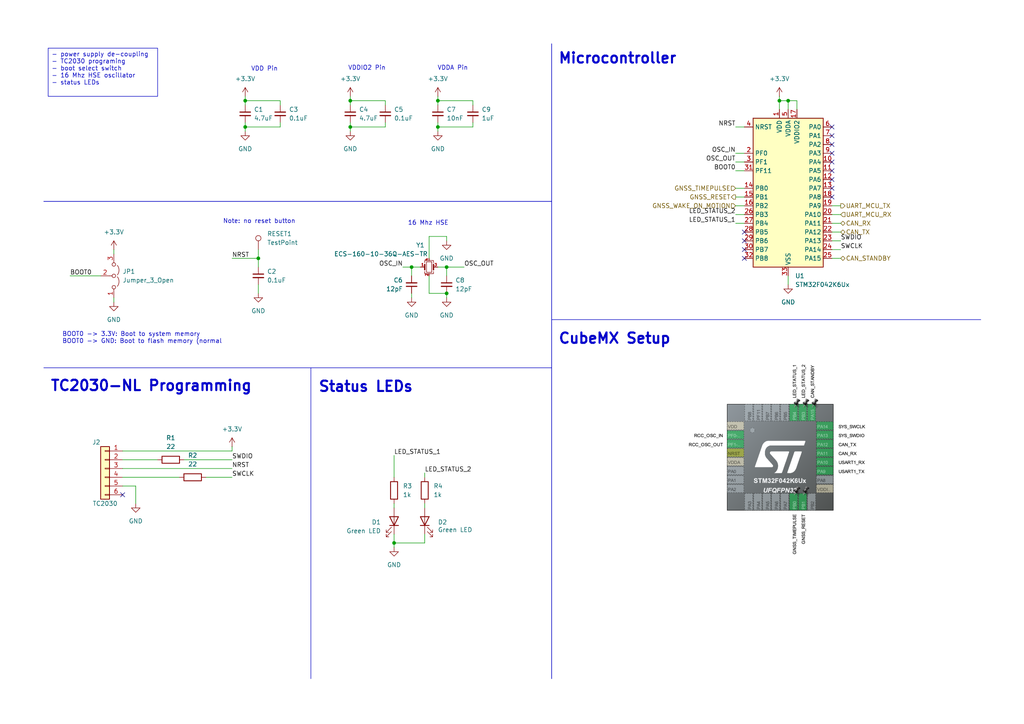
<source format=kicad_sch>
(kicad_sch (version 20250114) (generator "eeschema") (generator_version "9.0")
  (paper "A4")
  (lib_symbols
    (symbol "+3.3V_1" (power) (pin_numbers (hide yes)) (pin_names (offset 0) (hide yes))
      (property "Value" "+3.3V" (at 0 3.556 0))
      (symbol "+3.3V_1_0_1"
        (polyline (pts (xy -0.762 1.27) (xy 0 2.54)))
        (polyline (pts (xy 0 2.54) (xy 0.762 1.27)))
        (polyline (pts (xy 0 0) (xy 0 2.54)))
      )
      (symbol "+3.3V_1_1_1"
        (pin power_in line (at 0 0 90) (length 0) (name "~") (number "1"))
      )
    )
    (symbol "Connector:TestPoint" (pin_numbers (hide yes)) (pin_names (offset 0.762) (hide yes))
      (property "Reference" "TP" (at 0 6.858 0))
      (property "Value" "TestPoint" (at 0 5.08 0))
      (symbol "TestPoint_0_1"
        (circle (center 0 3.302) (radius 0.762))
      )
      (symbol "TestPoint_1_1"
        (pin passive line (at 0 0 90) (length 2.54) (name "1") (number "1"))
      )
    )
    (symbol "Connector_Generic:Conn_01x06" (pin_names (offset 1.016) (hide yes))
      (property "Reference" "J" (at 0 7.62 0))
      (property "Value" "Conn_01x06" (at 0 -10.16 0))
      (symbol "Conn_01x06_1_1"
        (rectangle (start -1.27 6.35) (end 1.27 -8.89) (stroke (width 0.254)) (fill (type background)))
        (rectangle (start -1.27 5.207) (end 0 4.953) (stroke (width 0.1524)))
        (rectangle (start -1.27 2.667) (end 0 2.413) (stroke (width 0.1524)))
        (rectangle (start -1.27 0.127) (end 0 -0.127) (stroke (width 0.1524)))
        (rectangle (start -1.27 -2.413) (end 0 -2.667) (stroke (width 0.1524)))
        (rectangle (start -1.27 -4.953) (end 0 -5.207) (stroke (width 0.1524)))
        (rectangle (start -1.27 -7.493) (end 0 -7.747) (stroke (width 0.1524)))
        (pin passive line (at -5.08 5.08 0) (length 3.81) (name "Pin_1") (number "1"))
        (pin passive line (at -5.08 2.54 0) (length 3.81) (name "Pin_2") (number "2"))
        (pin passive line (at -5.08 0 0) (length 3.81) (name "Pin_3") (number "3"))
        (pin passive line (at -5.08 -2.54 0) (length 3.81) (name "Pin_4") (number "4"))
        (pin passive line (at -5.08 -5.08 0) (length 3.81) (name "Pin_5") (number "5"))
        (pin passive line (at -5.08 -7.62 0) (length 3.81) (name "Pin_6") (number "6"))
      )
    )
    (symbol "Device:C_Small" (pin_numbers (hide yes)) (pin_names (offset 0.254) (hide yes))
      (property "Reference" "C" (at 0.254 1.778 0))
      (property "Value" "C_Small" (at 0.254 -2.032 0))
      (symbol "C_Small_0_1"
        (polyline (pts (xy -1.524 0.508) (xy 1.524 0.508)) (stroke (width 0.3048)))
        (polyline (pts (xy -1.524 -0.508) (xy 1.524 -0.508)) (stroke (width 0.3302)))
      )
      (symbol "C_Small_1_1"
        (pin passive line (at 0 2.54 270) (length 2.032) (name "~") (number "1"))
        (pin passive line (at 0 -2.54 90) (length 2.032) (name "~") (number "2"))
      )
    )
    (symbol "Device:Crystal_GND24_Small" (pin_names (offset 1.016) (hide yes))
      (property "Reference" "Y" (at 1.27 4.445 0))
      (property "Value" "Crystal_GND24_Small" (at 1.27 2.54 0))
      (symbol "Crystal_GND24_Small_0_1"
        (polyline (pts (xy -1.27 1.27) (xy -1.27 1.905) (xy 1.27 1.905) (xy 1.27 1.27)))
        (polyline (pts (xy -1.27 -0.762) (xy -1.27 0.762)) (stroke (width 0.381)))
        (polyline (pts (xy -1.27 -1.27) (xy -1.27 -1.905) (xy 1.27 -1.905) (xy 1.27 -1.27)))
        (rectangle (start -0.762 -1.524) (end 0.762 1.524))
        (polyline (pts (xy 1.27 -0.762) (xy 1.27 0.762)) (stroke (width 0.381)))
      )
      (symbol "Crystal_GND24_Small_1_1"
        (pin passive line (at -2.54 0 0) (length 1.27) (name "1") (number "1"))
        (pin passive line (at 0 2.54 270) (length 0.635) (name "4") (number "4"))
        (pin passive line (at 0 -2.54 90) (length 0.635) (name "2") (number "2"))
        (pin passive line (at 2.54 0 180) (length 1.27) (name "3") (number "3"))
      )
    )
    (symbol "Device:LED" (pin_numbers (hide yes)) (pin_names (offset 1.016) (hide yes))
      (property "Reference" "D" (at 0 2.54 0))
      (property "Value" "LED" (at 0 -2.54 0))
      (symbol "LED_0_1"
        (polyline (pts (xy -3.048 -0.762) (xy -4.572 -2.286) (xy -3.81 -2.286) (xy -4.572 -2.286) (xy -4.572 -1.524)))
        (polyline (pts (xy -1.778 -0.762) (xy -3.302 -2.286) (xy -2.54 -2.286) (xy -3.302 -2.286) (xy -3.302 -1.524)))
        (polyline (pts (xy -1.27 0) (xy 1.27 0)))
        (polyline (pts (xy -1.27 -1.27) (xy -1.27 1.27)) (stroke (width 0.254)))
        (polyline (pts (xy 1.27 -1.27) (xy 1.27 1.27) (xy -1.27 0) (xy 1.27 -1.27)) (stroke (width 0.254)))
      )
      (symbol "LED_1_1"
        (pin passive line (at -3.81 0 0) (length 2.54) (name "K") (number "1"))
        (pin passive line (at 3.81 0 180) (length 2.54) (name "A") (number "2"))
      )
    )
    (symbol "Device:R" (pin_numbers (hide yes)) (pin_names (offset 0))
      (property "Reference" "R" (at 2.032 0 90))
      (property "Value" "R" (at 0 0 90))
      (symbol "R_0_1"
        (rectangle (start -1.016 -2.54) (end 1.016 2.54) (stroke (width 0.254)))
      )
      (symbol "R_1_1"
        (pin passive line (at 0 3.81 270) (length 1.27) (name "~") (number "1"))
        (pin passive line (at 0 -3.81 90) (length 1.27) (name "~") (number "2"))
      )
    )
    (symbol "Jumper:Jumper_3_Open" (pin_names (offset 0) (hide yes))
      (property "Reference" "JP" (at -2.54 -2.54 0))
      (property "Value" "Jumper_3_Open" (at 0 2.794 0))
      (symbol "Jumper_3_Open_0_0"
        (circle (center -3.302 0) (radius 0.508))
        (circle (center 0 0) (radius 0.508))
        (circle (center 3.302 0) (radius 0.508))
      )
      (symbol "Jumper_3_Open_0_1"
        (arc (start -3.048 1.016) (mid -1.651 1.4992) (end -0.254 1.016))
        (polyline (pts (xy 0 -0.508) (xy 0 -1.27)))
        (arc (start 0.254 1.016) (mid 1.651 1.4992) (end 3.048 1.016))
      )
      (symbol "Jumper_3_Open_1_1"
        (pin passive line (at -6.35 0 0) (length 2.54) (name "A") (number "1"))
        (pin passive line (at 0 -3.81 90) (length 2.54) (name "C") (number "2"))
        (pin passive line (at 6.35 0 180) (length 2.54) (name "B") (number "3"))
      )
    )
    (symbol "MCU_ST_STM32F0:STM32F042K6Ux"
      (property "Reference" "U" (at -10.16 21.59 0))
      (property "Value" "STM32F042K6Ux" (at 5.08 21.59 0))
      (symbol "STM32F042K6Ux_0_1"
        (rectangle (start -10.16 -22.86) (end 10.16 20.32) (stroke (width 0.254)) (fill (type background)))
      )
      (symbol "STM32F042K6Ux_1_1"
        (pin input line (at -12.7 17.78 0) (length 2.54) (name "NRST") (number "4"))
        (pin input line (at -12.7 10.16 0) (length 2.54) (name "PF0") (number "2"))
        (pin input line (at -12.7 7.62 0) (length 2.54) (name "PF1") (number "3"))
        (pin bidirectional line (at -12.7 5.08 0) (length 2.54) (name "PF11") (number "31"))
        (pin bidirectional line (at -12.7 0 0) (length 2.54) (name "PB0") (number "14"))
        (pin bidirectional line (at -12.7 -2.54 0) (length 2.54) (name "PB1") (number "15"))
        (pin bidirectional line (at -12.7 -5.08 0) (length 2.54) (name "PB2") (number "16"))
        (pin bidirectional line (at -12.7 -7.62 0) (length 2.54) (name "PB3") (number "26"))
        (pin bidirectional line (at -12.7 -10.16 0) (length 2.54) (name "PB4") (number "27"))
        (pin bidirectional line (at -12.7 -12.7 0) (length 2.54) (name "PB5") (number "28"))
        (pin bidirectional line (at -12.7 -15.24 0) (length 2.54) (name "PB6") (number "29"))
        (pin bidirectional line (at -12.7 -17.78 0) (length 2.54) (name "PB7") (number "30"))
        (pin bidirectional line (at -12.7 -20.32 0) (length 2.54) (name "PB8") (number "32"))
        (pin power_in line (at -2.54 22.86 270) (length 2.54) (name "VDD") (number "1"))
        (pin power_in line (at 0 22.86 270) (length 2.54) (name "VDDA") (number "5"))
        (pin power_in line (at 0 -25.4 90) (length 2.54) (name "VSS") (number "33"))
        (pin power_in line (at 2.54 22.86 270) (length 2.54) (name "VDDIO2") (number "17"))
        (pin bidirectional line (at 12.7 17.78 180) (length 2.54) (name "PA0") (number "6"))
        (pin bidirectional line (at 12.7 15.24 180) (length 2.54) (name "PA1") (number "7"))
        (pin bidirectional line (at 12.7 12.7 180) (length 2.54) (name "PA2") (number "8"))
        (pin bidirectional line (at 12.7 10.16 180) (length 2.54) (name "PA3") (number "9"))
        (pin bidirectional line (at 12.7 7.62 180) (length 2.54) (name "PA4") (number "10"))
        (pin bidirectional line (at 12.7 5.08 180) (length 2.54) (name "PA5") (number "11"))
        (pin bidirectional line (at 12.7 2.54 180) (length 2.54) (name "PA6") (number "12"))
        (pin bidirectional line (at 12.7 0 180) (length 2.54) (name "PA7") (number "13"))
        (pin bidirectional line (at 12.7 -2.54 180) (length 2.54) (name "PA8") (number "18"))
        (pin bidirectional line (at 12.7 -5.08 180) (length 2.54) (name "PA9") (number "19"))
        (pin bidirectional line (at 12.7 -7.62 180) (length 2.54) (name "PA10") (number "20"))
        (pin bidirectional line (at 12.7 -10.16 180) (length 2.54) (name "PA11") (number "21"))
        (pin bidirectional line (at 12.7 -12.7 180) (length 2.54) (name "PA12") (number "22"))
        (pin bidirectional line (at 12.7 -15.24 180) (length 2.54) (name "PA13") (number "23"))
        (pin bidirectional line (at 12.7 -17.78 180) (length 2.54) (name "PA14") (number "24"))
        (pin bidirectional line (at 12.7 -20.32 180) (length 2.54) (name "PA15") (number "25"))
      )
    )
    (symbol "power:GND" (power) (pin_names (offset 0))
      (property "Value" "GND" (at 0 -3.81 0))
      (symbol "GND_0_1"
        (polyline (pts (xy 0 0) (xy 0 -1.27) (xy 1.27 -1.27) (xy 0 -2.54) (xy -1.27 -1.27) (xy 0 -1.27)))
      )
      (symbol "GND_1_1"
        (pin power_in line (at 0 0 270) (length 0) (hide yes) (name "GND") (number "1"))
      )
    )
  )
  (rectangle (start 12.7 58.3946) (end 160.02 58.42))
  (rectangle (start 159.9946 12.7) (end 160.02 196.85))
  (rectangle (start 160.02 92.71) (end 284.48 92.71))
  (rectangle (start 90.17 106.68) (end 90.17 196.85))
  (rectangle (start 12.7 106.68) (end 160.02 106.68))
  (text "Microcontroller" (at 161.798 18.796 0) (effects (font (size 3 3) (bold yes)) (justify left bottom)))
  (text "VDD Pin" (at 76.708 20.066 0) (effects (font (size 1.27 1.27))))
  (text "TC2030-NL Programming" (at 14.478 113.792 0) (effects (font (size 3 3) (bold yes)) (justify left bottom)))
  (text "Note: no reset button" (at 75.184 64.262 0) (effects (font (size 1.27 1.27))))
  (text "16 Mhz HSE" (at 124.206 64.77 0) (effects (font (size 1.27 1.27))))
  (text "CubeMX Setup" (at 161.798 100.076 0) (effects (font (size 3 3) (bold yes)) (justify left bottom)))
  (text "VDDA Pin" (at 131.318 19.812 0) (effects (font (size 1.27 1.27))))
  (text "BOOT0 -> 3.3V: Boot to system memory\nBOOT0 -> GND: Boot to flash memory (normal" (at 18.034 98.044 0) (effects (font (size 1.27 1.27)) (justify left)))
  (text "Status LEDs" (at 92.202 114.046 0) (effects (font (size 3 3) (bold yes)) (justify left bottom)))
  (text "VDDIO2 Pin" (at 106.426 19.812 0) (effects (font (size 1.27 1.27))))
  (text_box "- power supply de-coupling\n- TC2030 programing\n- boot select switch\n- 16 Mhz HSE oscillator\n- status LEDs" (at 13.97 13.97 0) (size 31.75 13.97) (margins 0.9525 0.9525 0.9525 0.9525) (effects (font (size 1.27 1.27)) (justify left top)))
  (junction (at 101.6 36.83))
  (junction (at 129.54 77.47))
  (junction (at 127 29.21))
  (junction (at 127 36.83))
  (junction (at 119.38 77.47))
  (junction (at 71.12 29.21))
  (junction (at 71.12 36.83))
  (junction (at 226.06 29.21))
  (junction (at 74.93 74.93))
  (junction (at 101.6 29.21))
  (junction (at 114.3 157.48))
  (junction (at 129.54 85.09))
  (junction (at 228.6 29.21))
  (no_connect (at 215.9 74.93))
  (no_connect (at 215.9 69.85))
  (no_connect (at 241.3 41.91))
  (no_connect (at 241.3 57.15))
  (no_connect (at 241.3 36.83))
  (no_connect (at 241.3 52.07))
  (no_connect (at 241.3 46.99))
  (no_connect (at 241.3 44.45))
  (no_connect (at 35.56 143.51))
  (no_connect (at 215.9 67.31))
  (no_connect (at 241.3 54.61))
  (no_connect (at 215.9 72.39))
  (no_connect (at 241.3 49.53))
  (no_connect (at 241.3 39.37))
  (wire (pts (xy 71.12 29.21) (xy 71.12 30.48)))
  (wire (pts (xy 101.6 27.94) (xy 101.6 29.21)))
  (wire (pts (xy 33.02 86.36) (xy 33.02 87.63)))
  (wire (pts (xy 241.3 59.69) (xy 243.84 59.69)))
  (wire (pts (xy 129.54 85.09) (xy 124.46 85.09)))
  (wire (pts (xy 74.93 74.93) (xy 74.93 77.47)))
  (wire (pts (xy 127 29.21) (xy 137.16 29.21)))
  (wire (pts (xy 67.31 130.81) (xy 67.31 129.54)))
  (wire (pts (xy 226.06 29.21) (xy 226.06 31.75)))
  (wire (pts (xy 228.6 31.75) (xy 228.6 29.21)))
  (wire (pts (xy 35.56 138.43) (xy 52.07 138.43)))
  (wire (pts (xy 213.36 44.45) (xy 215.9 44.45)))
  (wire (pts (xy 20.32 80.01) (xy 29.21 80.01)))
  (wire (pts (xy 213.36 36.83) (xy 215.9 36.83)))
  (wire (pts (xy 213.36 54.61) (xy 215.9 54.61)))
  (wire (pts (xy 35.56 135.89) (xy 67.31 135.89)))
  (wire (pts (xy 116.84 77.47) (xy 119.38 77.47)))
  (wire (pts (xy 114.3 154.94) (xy 114.3 157.48)))
  (wire (pts (xy 129.54 77.47) (xy 129.54 80.01)))
  (wire (pts (xy 137.16 35.56) (xy 137.16 36.83)))
  (wire (pts (xy 81.28 35.56) (xy 81.28 36.83)))
  (wire (pts (xy 127 36.83) (xy 127 38.1)))
  (wire (pts (xy 231.14 29.21) (xy 228.6 29.21)))
  (wire (pts (xy 71.12 29.21) (xy 81.28 29.21)))
  (wire (pts (xy 123.19 154.94) (xy 123.19 157.48)))
  (wire (pts (xy 67.31 74.93) (xy 74.93 74.93)))
  (wire (pts (xy 111.76 29.21) (xy 111.76 30.48)))
  (wire (pts (xy 114.3 132.08) (xy 114.3 138.43)))
  (wire (pts (xy 59.69 138.43) (xy 67.31 138.43)))
  (wire (pts (xy 228.6 29.21) (xy 226.06 29.21)))
  (wire (pts (xy 127 27.94) (xy 127 29.21)))
  (wire (pts (xy 101.6 29.21) (xy 101.6 30.48)))
  (wire (pts (xy 123.19 146.05) (xy 123.19 147.32)))
  (wire (pts (xy 241.3 62.23) (xy 243.84 62.23)))
  (wire (pts (xy 101.6 36.83) (xy 111.76 36.83)))
  (wire (pts (xy 241.3 69.85) (xy 243.84 69.85)))
  (wire (pts (xy 124.46 80.01) (xy 124.46 85.09)))
  (wire (pts (xy 71.12 35.56) (xy 71.12 36.83)))
  (wire (pts (xy 71.12 36.83) (xy 71.12 38.1)))
  (wire (pts (xy 119.38 85.09) (xy 119.38 86.36)))
  (wire (pts (xy 127 77.47) (xy 129.54 77.47)))
  (wire (pts (xy 213.36 64.77) (xy 215.9 64.77)))
  (wire (pts (xy 39.37 146.05) (xy 39.37 140.97)))
  (wire (pts (xy 129.54 68.58) (xy 124.46 68.58)))
  (wire (pts (xy 101.6 35.56) (xy 101.6 36.83)))
  (wire (pts (xy 114.3 157.48) (xy 114.3 158.75)))
  (wire (pts (xy 228.6 80.01) (xy 228.6 82.55)))
  (wire (pts (xy 241.3 64.77) (xy 243.84 64.77)))
  (wire (pts (xy 71.12 36.83) (xy 81.28 36.83)))
  (wire (pts (xy 213.36 59.69) (xy 215.9 59.69)))
  (wire (pts (xy 119.38 77.47) (xy 121.92 77.47)))
  (wire (pts (xy 213.36 57.15) (xy 215.9 57.15)))
  (wire (pts (xy 129.54 85.09) (xy 129.54 86.36)))
  (wire (pts (xy 241.3 74.93) (xy 243.84 74.93)))
  (wire (pts (xy 127 36.83) (xy 127 35.56)))
  (wire (pts (xy 127 36.83) (xy 137.16 36.83)))
  (wire (pts (xy 127 30.48) (xy 127 29.21)))
  (wire (pts (xy 53.34 133.35) (xy 67.31 133.35)))
  (wire (pts (xy 129.54 69.85) (xy 129.54 68.58)))
  (wire (pts (xy 111.76 35.56) (xy 111.76 36.83)))
  (wire (pts (xy 81.28 29.21) (xy 81.28 30.48)))
  (wire (pts (xy 231.14 31.75) (xy 231.14 29.21)))
  (wire (pts (xy 35.56 133.35) (xy 45.72 133.35)))
  (wire (pts (xy 33.02 72.39) (xy 33.02 73.66)))
  (wire (pts (xy 213.36 62.23) (xy 215.9 62.23)))
  (wire (pts (xy 74.93 72.39) (xy 74.93 74.93)))
  (wire (pts (xy 137.16 29.21) (xy 137.16 30.48)))
  (wire (pts (xy 226.06 27.94) (xy 226.06 29.21)))
  (wire (pts (xy 114.3 146.05) (xy 114.3 147.32)))
  (wire (pts (xy 241.3 72.39) (xy 243.84 72.39)))
  (wire (pts (xy 119.38 80.01) (xy 119.38 77.47)))
  (wire (pts (xy 101.6 29.21) (xy 111.76 29.21)))
  (wire (pts (xy 213.36 46.99) (xy 215.9 46.99)))
  (wire (pts (xy 74.93 82.55) (xy 74.93 85.09)))
  (wire (pts (xy 101.6 36.83) (xy 101.6 38.1)))
  (wire (pts (xy 114.3 157.48) (xy 123.19 157.48)))
  (wire (pts (xy 123.19 137.16) (xy 123.19 138.43)))
  (wire (pts (xy 35.56 130.81) (xy 67.31 130.81)))
  (wire (pts (xy 241.3 67.31) (xy 243.84 67.31)))
  (wire (pts (xy 215.9 49.53) (xy 213.36 49.53)))
  (wire (pts (xy 39.37 140.97) (xy 35.56 140.97)))
  (wire (pts (xy 129.54 77.47) (xy 134.62 77.47)))
  (wire (pts (xy 124.46 68.58) (xy 124.46 74.93)))
  (wire (pts (xy 71.12 27.94) (xy 71.12 29.21)))
  (image (at 226.06 133.35) (scale 0.300662))
  (label "NRST" (at 67.31 135.89 0))
  (label "LED_STATUS_1" (at 114.3 132.08 0))
  (label "NRST" (at 67.31 74.93 0))
  (label "LED_STATUS_2" (at 213.36 62.23 180))
  (label "BOOT0" (at 213.36 49.53 180))
  (label "SWCLK" (at 67.31 138.43 0))
  (label "SWDIO" (at 67.31 133.35 0))
  (label "LED_STATUS_2" (at 123.19 137.16 0))
  (label "OSC_IN" (at 116.84 77.47 180))
  (label "OSC_OUT" (at 213.36 46.99 180))
  (label "NRST" (at 213.36 36.83 180))
  (label "SWCLK" (at 243.84 72.39 0))
  (label "LED_STATUS_1" (at 213.36 64.77 180))
  (label "OSC_OUT" (at 134.62 77.47 0))
  (label "BOOT0" (at 20.32 80.01 0))
  (label "OSC_IN" (at 213.36 44.45 180))
  (label "SWDIO" (at 243.84 69.85 0))
  (hierarchical_label "UART_MCU_RX" (shape input) (at 243.84 62.23 0))
  (hierarchical_label "GNSS_TIMEPULSE" (shape input) (at 213.36 54.61 180))
  (hierarchical_label "GNSS_RESET" (shape output) (at 213.36 57.15 180))
  (hierarchical_label "CAN_RX" (shape bidirectional) (at 243.84 64.77 0))
  (hierarchical_label "CAN_TX" (shape bidirectional) (at 243.84 67.31 0))
  (hierarchical_label "CAN_STANDBY" (shape bidirectional) (at 243.84 74.93 0))
  (hierarchical_label "GNSS_WAKE_ON_MOTION" (shape input) (at 213.36 59.69 180))
  (hierarchical_label "UART_MCU_TX" (shape output) (at 243.84 59.69 0))
  (symbol (lib_id "power:GND") (at 119.38 86.36 0) (unit 1)
    (property "Reference" "#PWR013" (effects (hide yes)))
    (property "Value" "GND" (at 119.38 91.44 0))
  )
  (symbol (lib_id "Connector:TestPoint") (at 74.93 72.39 0) (unit 1)
    (property "Reference" "RESET1" (at 77.47 67.8179 0) (effects (justify left)))
    (property "Value" "TestPoint" (at 77.47 70.3579 0) (effects (justify left)))
    (property "Footprint" "TestPoint:TestPoint_Pad_D1.5mm" (effects (hide yes)))
    (property "Description" "test point" (effects (hide yes)))
  )
  (symbol (lib_id "Device:C_Small") (at 137.16 33.02 0) (unit 1)
    (property "Reference" "C9" (at 139.7 31.7562 0) (effects (justify left)))
    (property "Value" "1uF" (at 139.7 34.2962 0) (effects (justify left)))
    (property "Footprint" "Capacitor_SMD:C_0603_1608Metric" (effects (hide yes)))
  )
  (symbol (lib_id "Device:R") (at 55.88 138.43 90) (unit 1)
    (property "Reference" "R2" (at 55.88 132.08 90))
    (property "Value" "22" (at 55.88 134.62 90))
    (property "Footprint" "Resistor_SMD:R_0603_1608Metric" (effects (hide yes)))
  )
  (symbol (lib_id "power:GND") (at 129.54 86.36 0) (unit 1)
    (property "Reference" "#PWR017" (effects (hide yes)))
    (property "Value" "GND" (at 129.54 91.44 0))
  )
  (symbol (lib_id "Device:LED") (at 123.19 151.13 90) (unit 1)
    (property "Reference" "D2" (at 127 151.4474 90) (effects (justify right)))
    (property "Value" "Green LED" (at 127 153.67 90) (effects (justify right)))
    (property "Footprint" "LED_SMD:LED_0603_1608Metric" (effects (hide yes)))
  )
  (symbol (lib_id "Device:C_Small") (at 129.54 82.55 0) (unit 1)
    (property "Reference" "C8" (at 132.08 81.2862 0) (effects (justify left)))
    (property "Value" "12pF" (at 132.08 83.8262 0) (effects (justify left)))
    (property "Footprint" "Capacitor_SMD:C_0603_1608Metric" (effects (hide yes)))
  )
  (symbol (lib_id "Device:Crystal_GND24_Small") (at 124.46 77.47 0) (unit 1)
    (property "Reference" "Y1" (at 121.92 71.12 0))
    (property "Value" "ECS-160-10-36Q-AES-TR" (at 110.49 73.66 0))
    (property "Footprint" "Crystal:Crystal_SMD_2520-4Pin_2.5x2.0mm" (effects (hide yes)))
  )
  (symbol (lib_id "power:GND") (at 74.93 85.09 0) (unit 1)
    (property "Reference" "#PWR09" (effects (hide yes)))
    (property "Value" "GND" (at 74.93 90.17 0))
  )
  (symbol (lib_id "MCU_ST_STM32F0:STM32F042K6Ux") (at 228.6 54.61 0) (unit 1)
    (property "Reference" "U1" (at 230.6194 80.01 0) (effects (justify left)))
    (property "Value" "STM32F042K6Ux" (at 230.6194 82.55 0) (effects (justify left)))
    (property "Footprint" "Package_DFN_QFN:QFN-32-1EP_5x5mm_P0.5mm_EP3.45x3.45mm" (effects (hide yes)))
    (property "Datasheet" "http://www.st.com/st-web-ui/static/active/en/resource/technical/document/datasheet/DM00105814.pdf" (effects (hide yes)))
  )
  (symbol (lib_id "Device:C_Small") (at 127 33.02 0) (unit 1)
    (property "Reference" "C7" (at 129.54 31.7562 0) (effects (justify left)))
    (property "Value" "10nF" (at 129.54 34.2962 0) (effects (justify left)))
    (property "Footprint" "Capacitor_SMD:C_0603_1608Metric" (effects (hide yes)))
  )
  (symbol (lib_id "Device:R") (at 49.53 133.35 90) (unit 1)
    (property "Reference" "R1" (at 49.53 127 90))
    (property "Value" "22" (at 49.53 129.54 90))
    (property "Footprint" "Resistor_SMD:R_0603_1608Metric" (effects (hide yes)))
  )
  (symbol (lib_id "Device:C_Small") (at 119.38 82.55 0) (mirror x) (unit 1)
    (property "Reference" "C6" (at 116.84 81.2735 0) (effects (justify right)))
    (property "Value" "12pF" (at 116.84 83.8135 0) (effects (justify right)))
    (property "Footprint" "Capacitor_SMD:C_0603_1608Metric" (effects (hide yes)))
  )
  (symbol (lib_name "+3.3V_1") (lib_id "power:+3.3V") (at 127 27.94 0) (unit 1)
    (property "Reference" "#PWR014" (effects (hide yes)))
    (property "Value" "+3.3V" (at 127 22.86 0))
    (property "Description" "Power symbol creates a global label with name \"+3.3V\"" (effects (hide yes)))
  )
  (symbol (lib_id "power:GND") (at 228.6 82.55 0) (unit 1)
    (property "Reference" "#PWR019" (effects (hide yes)))
    (property "Value" "GND" (at 228.6 87.63 0))
  )
  (symbol (lib_id "power:GND") (at 71.12 38.1 0) (unit 1)
    (property "Reference" "#PWR08" (effects (hide yes)))
    (property "Value" "GND" (at 71.12 43.18 0))
  )
  (symbol (lib_id "power:GND") (at 114.3 158.75 0) (unit 1)
    (property "Reference" "#PWR012" (effects (hide yes)))
    (property "Value" "GND" (at 114.3 163.83 0))
  )
  (symbol (lib_id "Jumper:Jumper_3_Open") (at 33.02 80.01 270) (mirror x) (unit 1)
    (property "Reference" "JP1" (at 35.56 78.7399 90) (effects (justify left)))
    (property "Value" "Jumper_3_Open" (at 35.56 81.2799 90) (effects (justify left)))
    (property "Footprint" "Jumper:SolderJumper-3_P1.3mm_Open_RoundedPad1.0x1.5mm" (effects (hide yes)))
  )
  (symbol (lib_name "+3.3V_1") (lib_id "power:+3.3V") (at 226.06 27.94 0) (unit 1)
    (property "Reference" "#PWR018" (effects (hide yes)))
    (property "Value" "+3.3V" (at 226.06 22.86 0))
    (property "Description" "Power symbol creates a global label with name \"+3.3V\"" (effects (hide yes)))
  )
  (symbol (lib_name "+3.3V_1") (lib_id "power:+3.3V") (at 67.31 129.54 0) (unit 1)
    (property "Reference" "#PWR06" (effects (hide yes)))
    (property "Value" "+3.3V" (at 67.31 124.46 0))
    (property "Description" "Power symbol creates a global label with name \"+3.3V\"" (effects (hide yes)))
  )
  (symbol (lib_id "Device:R") (at 114.3 142.24 0) (unit 1)
    (property "Reference" "R3" (at 116.84 140.9699 0) (effects (justify left)))
    (property "Value" "1k" (at 116.84 143.5099 0) (effects (justify left)))
    (property "Footprint" "Resistor_SMD:R_0603_1608Metric" (effects (hide yes)))
  )
  (symbol (lib_id "power:GND") (at 39.37 146.05 0) (unit 1)
    (property "Reference" "#PWR05" (effects (hide yes)))
    (property "Value" "GND" (at 39.37 151.13 0))
  )
  (symbol (lib_id "Device:C_Small") (at 71.12 33.02 0) (unit 1)
    (property "Reference" "C1" (at 73.66 31.7562 0) (effects (justify left)))
    (property "Value" "4.7uF" (at 73.66 34.2962 0) (effects (justify left)))
    (property "Footprint" "Capacitor_SMD:C_0603_1608Metric" (effects (hide yes)))
  )
  (symbol (lib_id "power:GND") (at 101.6 38.1 0) (unit 1)
    (property "Reference" "#PWR011" (effects (hide yes)))
    (property "Value" "GND" (at 101.6 43.18 0))
  )
  (symbol (lib_id "power:GND") (at 33.02 87.63 0) (unit 1)
    (property "Reference" "#PWR04" (effects (hide yes)))
    (property "Value" "GND" (at 33.02 92.71 0))
  )
  (symbol (lib_id "Device:R") (at 123.19 142.24 0) (unit 1)
    (property "Reference" "R4" (at 125.73 140.9699 0) (effects (justify left)))
    (property "Value" "1k" (at 125.73 143.5099 0) (effects (justify left)))
    (property "Footprint" "Resistor_SMD:R_0603_1608Metric" (effects (hide yes)))
  )
  (symbol (lib_id "Device:LED") (at 114.3 151.13 270) (mirror x) (unit 1)
    (property "Reference" "D1" (at 110.49 151.4474 90) (effects (justify right)))
    (property "Value" "Green LED" (at 110.49 153.9874 90) (effects (justify right)))
    (property "Footprint" "LED_SMD:LED_0603_1608Metric" (effects (hide yes)))
  )
  (symbol (lib_name "+3.3V_1") (lib_id "power:+3.3V") (at 101.6 27.94 0) (unit 1)
    (property "Reference" "#PWR010" (effects (hide yes)))
    (property "Value" "+3.3V" (at 101.6 22.86 0))
    (property "Description" "Power symbol creates a global label with name \"+3.3V\"" (effects (hide yes)))
  )
  (symbol (lib_id "power:GND") (at 127 38.1 0) (unit 1)
    (property "Reference" "#PWR015" (effects (hide yes)))
    (property "Value" "GND" (at 127 43.18 0))
  )
  (symbol (lib_name "+3.3V_1") (lib_id "power:+3.3V") (at 33.02 72.39 0) (unit 1)
    (property "Reference" "#PWR03" (effects (hide yes)))
    (property "Value" "+3.3V" (at 33.02 67.31 0))
    (property "Description" "Power symbol creates a global label with name \"+3.3V\"" (effects (hide yes)))
  )
  (symbol (lib_id "Device:C_Small") (at 74.93 80.01 0) (unit 1)
    (property "Reference" "C2" (at 77.47 78.7462 0) (effects (justify left)))
    (property "Value" "0.1uF" (at 77.47 81.2862 0) (effects (justify left)))
    (property "Footprint" "Capacitor_SMD:C_0603_1608Metric" (effects (hide yes)))
  )
  (symbol (lib_id "Device:C_Small") (at 81.28 33.02 0) (unit 1)
    (property "Reference" "C3" (at 83.82 31.7562 0) (effects (justify left)))
    (property "Value" "0.1uF" (at 83.82 34.2962 0) (effects (justify left)))
    (property "Footprint" "Capacitor_SMD:C_0603_1608Metric" (effects (hide yes)))
  )
  (symbol (lib_id "Connector_Generic:Conn_01x06") (at 30.48 135.89 0) (mirror y) (unit 1)
    (property "Reference" "J2" (at 27.94 128.27 0))
    (property "Value" "TC2030" (at 30.48 146.05 0))
    (property "Footprint" "Connector:Tag-Connect_TC2030-IDC-NL_2x03_P1.27mm_Vertical" (effects (hide yes)))
  )
  (symbol (lib_id "power:GND") (at 129.54 69.85 0) (unit 1)
    (property "Reference" "#PWR016" (effects (hide yes)))
    (property "Value" "GND" (at 129.54 74.93 0))
  )
  (symbol (lib_id "Device:C_Small") (at 101.6 33.02 0) (unit 1)
    (property "Reference" "C4" (at 104.14 31.7562 0) (effects (justify left)))
    (property "Value" "4.7uF" (at 104.14 34.2962 0) (effects (justify left)))
    (property "Footprint" "Capacitor_SMD:C_0603_1608Metric" (effects (hide yes)))
  )
  (symbol (lib_name "+3.3V_1") (lib_id "power:+3.3V") (at 71.12 27.94 0) (unit 1)
    (property "Reference" "#PWR07" (effects (hide yes)))
    (property "Value" "+3.3V" (at 71.12 22.86 0))
    (property "Description" "Power symbol creates a global label with name \"+3.3V\"" (effects (hide yes)))
  )
  (symbol (lib_id "Device:C_Small") (at 111.76 33.02 0) (unit 1)
    (property "Reference" "C5" (at 114.3 31.7562 0) (effects (justify left)))
    (property "Value" "0.1uF" (at 114.3 34.2962 0) (effects (justify left)))
    (property "Footprint" "Capacitor_SMD:C_0603_1608Metric" (effects (hide yes)))
  )
)
</source>
